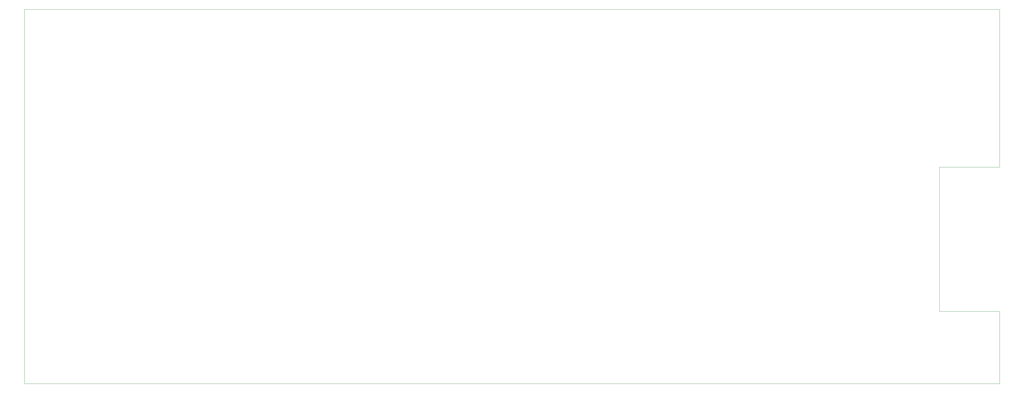
<source format=gbr>
G04 #@! TF.GenerationSoftware,KiCad,Pcbnew,(6.0.4)*
G04 #@! TF.CreationDate,2022-05-16T18:11:45+10:00*
G04 #@! TF.ProjectId,A600KB,41363030-4b42-42e6-9b69-6361645f7063,rev?*
G04 #@! TF.SameCoordinates,Original*
G04 #@! TF.FileFunction,Profile,NP*
%FSLAX46Y46*%
G04 Gerber Fmt 4.6, Leading zero omitted, Abs format (unit mm)*
G04 Created by KiCad (PCBNEW (6.0.4)) date 2022-05-16 18:11:45*
%MOMM*%
%LPD*%
G01*
G04 APERTURE LIST*
G04 #@! TA.AperFunction,Profile*
%ADD10C,0.100000*%
G04 #@! TD*
G04 APERTURE END LIST*
D10*
X364000000Y-40000000D02*
X364000000Y-92500000D01*
X364000000Y-140500000D02*
X364000000Y-164500000D01*
X344000000Y-140500000D02*
X344000000Y-92500000D01*
X364000000Y-140500000D02*
X344000000Y-140500000D01*
X344000000Y-92500000D02*
X364000000Y-92500000D01*
X40000000Y-40000000D02*
X40000000Y-164500000D01*
X40000000Y-164500000D02*
X364000000Y-164500000D01*
X40000000Y-40000000D02*
X364000000Y-40000000D01*
M02*

</source>
